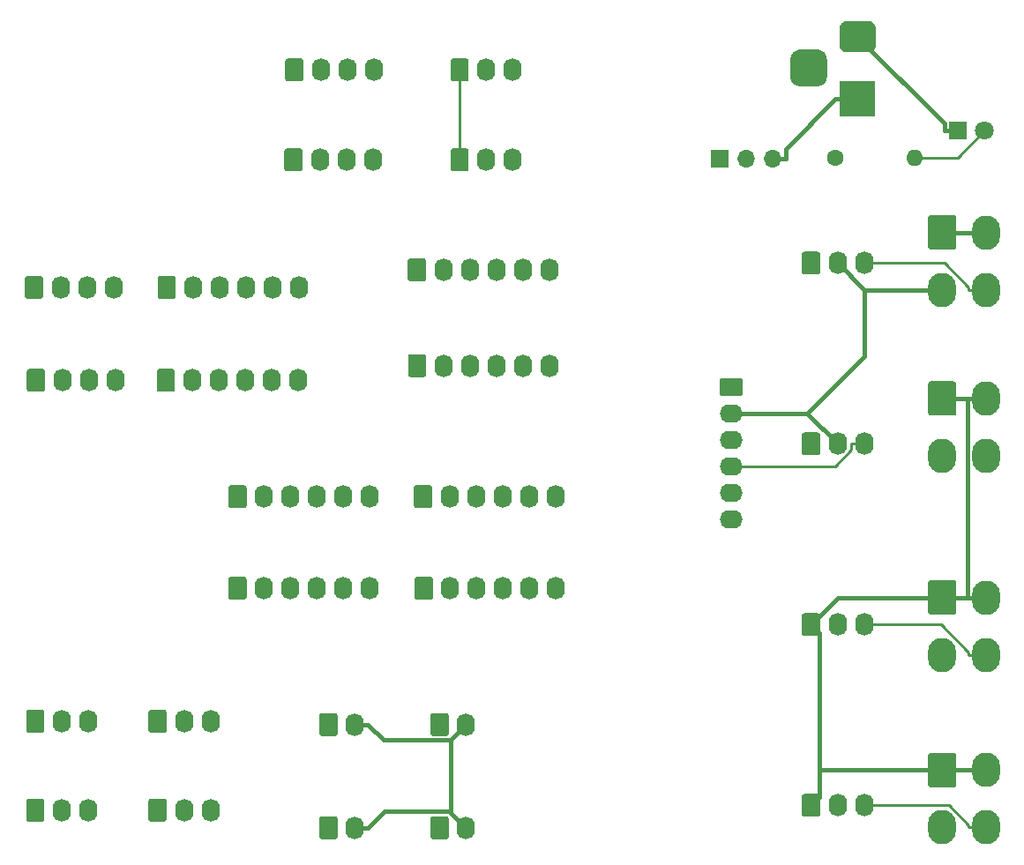
<source format=gbr>
G04 #@! TF.GenerationSoftware,KiCad,Pcbnew,(5.1.5-0-10_14)*
G04 #@! TF.CreationDate,2021-11-28T13:41:55+10:00*
G04 #@! TF.ProjectId,UFC - General Purpose Small PCB,55464320-2d20-4476-956e-6572616c2050,rev?*
G04 #@! TF.SameCoordinates,Original*
G04 #@! TF.FileFunction,Copper,L1,Top*
G04 #@! TF.FilePolarity,Positive*
%FSLAX46Y46*%
G04 Gerber Fmt 4.6, Leading zero omitted, Abs format (unit mm)*
G04 Created by KiCad (PCBNEW (5.1.5-0-10_14)) date 2021-11-28 13:41:55*
%MOMM*%
%LPD*%
G04 APERTURE LIST*
%ADD10O,1.740000X2.200000*%
%ADD11C,0.100000*%
%ADD12O,2.700000X3.300000*%
%ADD13O,1.600000X1.600000*%
%ADD14C,1.600000*%
%ADD15C,1.800000*%
%ADD16R,1.800000X1.800000*%
%ADD17O,1.700000X1.700000*%
%ADD18R,1.700000X1.700000*%
%ADD19O,2.200000X1.740000*%
%ADD20R,3.500000X3.500000*%
%ADD21C,0.400000*%
%ADD22C,0.250000*%
G04 APERTURE END LIST*
D10*
X47091600Y-114910000D03*
X44551600Y-114910000D03*
G04 #@! TA.AperFunction,ComponentPad*
D11*
G36*
X42656105Y-113811204D02*
G01*
X42680373Y-113814804D01*
X42704172Y-113820765D01*
X42727271Y-113829030D01*
X42749450Y-113839520D01*
X42770493Y-113852132D01*
X42790199Y-113866747D01*
X42808377Y-113883223D01*
X42824853Y-113901401D01*
X42839468Y-113921107D01*
X42852080Y-113942150D01*
X42862570Y-113964329D01*
X42870835Y-113987428D01*
X42876796Y-114011227D01*
X42880396Y-114035495D01*
X42881600Y-114059999D01*
X42881600Y-115760001D01*
X42880396Y-115784505D01*
X42876796Y-115808773D01*
X42870835Y-115832572D01*
X42862570Y-115855671D01*
X42852080Y-115877850D01*
X42839468Y-115898893D01*
X42824853Y-115918599D01*
X42808377Y-115936777D01*
X42790199Y-115953253D01*
X42770493Y-115967868D01*
X42749450Y-115980480D01*
X42727271Y-115990970D01*
X42704172Y-115999235D01*
X42680373Y-116005196D01*
X42656105Y-116008796D01*
X42631601Y-116010000D01*
X41391599Y-116010000D01*
X41367095Y-116008796D01*
X41342827Y-116005196D01*
X41319028Y-115999235D01*
X41295929Y-115990970D01*
X41273750Y-115980480D01*
X41252707Y-115967868D01*
X41233001Y-115953253D01*
X41214823Y-115936777D01*
X41198347Y-115918599D01*
X41183732Y-115898893D01*
X41171120Y-115877850D01*
X41160630Y-115855671D01*
X41152365Y-115832572D01*
X41146404Y-115808773D01*
X41142804Y-115784505D01*
X41141600Y-115760001D01*
X41141600Y-114059999D01*
X41142804Y-114035495D01*
X41146404Y-114011227D01*
X41152365Y-113987428D01*
X41160630Y-113964329D01*
X41171120Y-113942150D01*
X41183732Y-113921107D01*
X41198347Y-113901401D01*
X41214823Y-113883223D01*
X41233001Y-113866747D01*
X41252707Y-113852132D01*
X41273750Y-113839520D01*
X41295929Y-113829030D01*
X41319028Y-113820765D01*
X41342827Y-113814804D01*
X41367095Y-113811204D01*
X41391599Y-113810000D01*
X42631601Y-113810000D01*
X42656105Y-113811204D01*
G37*
G04 #@! TD.AperFunction*
D10*
X58826400Y-123444000D03*
X56286400Y-123444000D03*
G04 #@! TA.AperFunction,ComponentPad*
D11*
G36*
X54390905Y-122345204D02*
G01*
X54415173Y-122348804D01*
X54438972Y-122354765D01*
X54462071Y-122363030D01*
X54484250Y-122373520D01*
X54505293Y-122386132D01*
X54524999Y-122400747D01*
X54543177Y-122417223D01*
X54559653Y-122435401D01*
X54574268Y-122455107D01*
X54586880Y-122476150D01*
X54597370Y-122498329D01*
X54605635Y-122521428D01*
X54611596Y-122545227D01*
X54615196Y-122569495D01*
X54616400Y-122593999D01*
X54616400Y-124294001D01*
X54615196Y-124318505D01*
X54611596Y-124342773D01*
X54605635Y-124366572D01*
X54597370Y-124389671D01*
X54586880Y-124411850D01*
X54574268Y-124432893D01*
X54559653Y-124452599D01*
X54543177Y-124470777D01*
X54524999Y-124487253D01*
X54505293Y-124501868D01*
X54484250Y-124514480D01*
X54462071Y-124524970D01*
X54438972Y-124533235D01*
X54415173Y-124539196D01*
X54390905Y-124542796D01*
X54366401Y-124544000D01*
X53126399Y-124544000D01*
X53101895Y-124542796D01*
X53077627Y-124539196D01*
X53053828Y-124533235D01*
X53030729Y-124524970D01*
X53008550Y-124514480D01*
X52987507Y-124501868D01*
X52967801Y-124487253D01*
X52949623Y-124470777D01*
X52933147Y-124452599D01*
X52918532Y-124432893D01*
X52905920Y-124411850D01*
X52895430Y-124389671D01*
X52887165Y-124366572D01*
X52881204Y-124342773D01*
X52877604Y-124318505D01*
X52876400Y-124294001D01*
X52876400Y-122593999D01*
X52877604Y-122569495D01*
X52881204Y-122545227D01*
X52887165Y-122521428D01*
X52895430Y-122498329D01*
X52905920Y-122476150D01*
X52918532Y-122455107D01*
X52933147Y-122435401D01*
X52949623Y-122417223D01*
X52967801Y-122400747D01*
X52987507Y-122386132D01*
X53008550Y-122373520D01*
X53030729Y-122363030D01*
X53053828Y-122354765D01*
X53077627Y-122348804D01*
X53101895Y-122345204D01*
X53126399Y-122344000D01*
X54366401Y-122344000D01*
X54390905Y-122345204D01*
G37*
G04 #@! TD.AperFunction*
D10*
X47091600Y-123444000D03*
X44551600Y-123444000D03*
G04 #@! TA.AperFunction,ComponentPad*
D11*
G36*
X42656105Y-122345204D02*
G01*
X42680373Y-122348804D01*
X42704172Y-122354765D01*
X42727271Y-122363030D01*
X42749450Y-122373520D01*
X42770493Y-122386132D01*
X42790199Y-122400747D01*
X42808377Y-122417223D01*
X42824853Y-122435401D01*
X42839468Y-122455107D01*
X42852080Y-122476150D01*
X42862570Y-122498329D01*
X42870835Y-122521428D01*
X42876796Y-122545227D01*
X42880396Y-122569495D01*
X42881600Y-122593999D01*
X42881600Y-124294001D01*
X42880396Y-124318505D01*
X42876796Y-124342773D01*
X42870835Y-124366572D01*
X42862570Y-124389671D01*
X42852080Y-124411850D01*
X42839468Y-124432893D01*
X42824853Y-124452599D01*
X42808377Y-124470777D01*
X42790199Y-124487253D01*
X42770493Y-124501868D01*
X42749450Y-124514480D01*
X42727271Y-124524970D01*
X42704172Y-124533235D01*
X42680373Y-124539196D01*
X42656105Y-124542796D01*
X42631601Y-124544000D01*
X41391599Y-124544000D01*
X41367095Y-124542796D01*
X41342827Y-124539196D01*
X41319028Y-124533235D01*
X41295929Y-124524970D01*
X41273750Y-124514480D01*
X41252707Y-124501868D01*
X41233001Y-124487253D01*
X41214823Y-124470777D01*
X41198347Y-124452599D01*
X41183732Y-124432893D01*
X41171120Y-124411850D01*
X41160630Y-124389671D01*
X41152365Y-124366572D01*
X41146404Y-124342773D01*
X41142804Y-124318505D01*
X41141600Y-124294001D01*
X41141600Y-122593999D01*
X41142804Y-122569495D01*
X41146404Y-122545227D01*
X41152365Y-122521428D01*
X41160630Y-122498329D01*
X41171120Y-122476150D01*
X41183732Y-122455107D01*
X41198347Y-122435401D01*
X41214823Y-122417223D01*
X41233001Y-122400747D01*
X41252707Y-122386132D01*
X41273750Y-122373520D01*
X41295929Y-122363030D01*
X41319028Y-122354765D01*
X41342827Y-122348804D01*
X41367095Y-122345204D01*
X41391599Y-122344000D01*
X42631601Y-122344000D01*
X42656105Y-122345204D01*
G37*
G04 #@! TD.AperFunction*
D10*
X58826400Y-114910000D03*
X56286400Y-114910000D03*
G04 #@! TA.AperFunction,ComponentPad*
D11*
G36*
X54390905Y-113811204D02*
G01*
X54415173Y-113814804D01*
X54438972Y-113820765D01*
X54462071Y-113829030D01*
X54484250Y-113839520D01*
X54505293Y-113852132D01*
X54524999Y-113866747D01*
X54543177Y-113883223D01*
X54559653Y-113901401D01*
X54574268Y-113921107D01*
X54586880Y-113942150D01*
X54597370Y-113964329D01*
X54605635Y-113987428D01*
X54611596Y-114011227D01*
X54615196Y-114035495D01*
X54616400Y-114059999D01*
X54616400Y-115760001D01*
X54615196Y-115784505D01*
X54611596Y-115808773D01*
X54605635Y-115832572D01*
X54597370Y-115855671D01*
X54586880Y-115877850D01*
X54574268Y-115898893D01*
X54559653Y-115918599D01*
X54543177Y-115936777D01*
X54524999Y-115953253D01*
X54505293Y-115967868D01*
X54484250Y-115980480D01*
X54462071Y-115990970D01*
X54438972Y-115999235D01*
X54415173Y-116005196D01*
X54390905Y-116008796D01*
X54366401Y-116010000D01*
X53126399Y-116010000D01*
X53101895Y-116008796D01*
X53077627Y-116005196D01*
X53053828Y-115999235D01*
X53030729Y-115990970D01*
X53008550Y-115980480D01*
X52987507Y-115967868D01*
X52967801Y-115953253D01*
X52949623Y-115936777D01*
X52933147Y-115918599D01*
X52918532Y-115898893D01*
X52905920Y-115877850D01*
X52895430Y-115855671D01*
X52887165Y-115832572D01*
X52881204Y-115808773D01*
X52877604Y-115784505D01*
X52876400Y-115760001D01*
X52876400Y-114059999D01*
X52877604Y-114035495D01*
X52881204Y-114011227D01*
X52887165Y-113987428D01*
X52895430Y-113964329D01*
X52905920Y-113942150D01*
X52918532Y-113921107D01*
X52933147Y-113901401D01*
X52949623Y-113883223D01*
X52967801Y-113866747D01*
X52987507Y-113852132D01*
X53008550Y-113839520D01*
X53030729Y-113829030D01*
X53053828Y-113820765D01*
X53077627Y-113814804D01*
X53101895Y-113811204D01*
X53126399Y-113810000D01*
X54366401Y-113810000D01*
X54390905Y-113811204D01*
G37*
G04 #@! TD.AperFunction*
D10*
X87829600Y-52368800D03*
X85289600Y-52368800D03*
G04 #@! TA.AperFunction,ComponentPad*
D11*
G36*
X83394105Y-51270004D02*
G01*
X83418373Y-51273604D01*
X83442172Y-51279565D01*
X83465271Y-51287830D01*
X83487450Y-51298320D01*
X83508493Y-51310932D01*
X83528199Y-51325547D01*
X83546377Y-51342023D01*
X83562853Y-51360201D01*
X83577468Y-51379907D01*
X83590080Y-51400950D01*
X83600570Y-51423129D01*
X83608835Y-51446228D01*
X83614796Y-51470027D01*
X83618396Y-51494295D01*
X83619600Y-51518799D01*
X83619600Y-53218801D01*
X83618396Y-53243305D01*
X83614796Y-53267573D01*
X83608835Y-53291372D01*
X83600570Y-53314471D01*
X83590080Y-53336650D01*
X83577468Y-53357693D01*
X83562853Y-53377399D01*
X83546377Y-53395577D01*
X83528199Y-53412053D01*
X83508493Y-53426668D01*
X83487450Y-53439280D01*
X83465271Y-53449770D01*
X83442172Y-53458035D01*
X83418373Y-53463996D01*
X83394105Y-53467596D01*
X83369601Y-53468800D01*
X82129599Y-53468800D01*
X82105095Y-53467596D01*
X82080827Y-53463996D01*
X82057028Y-53458035D01*
X82033929Y-53449770D01*
X82011750Y-53439280D01*
X81990707Y-53426668D01*
X81971001Y-53412053D01*
X81952823Y-53395577D01*
X81936347Y-53377399D01*
X81921732Y-53357693D01*
X81909120Y-53336650D01*
X81898630Y-53314471D01*
X81890365Y-53291372D01*
X81884404Y-53267573D01*
X81880804Y-53243305D01*
X81879600Y-53218801D01*
X81879600Y-51518799D01*
X81880804Y-51494295D01*
X81884404Y-51470027D01*
X81890365Y-51446228D01*
X81898630Y-51423129D01*
X81909120Y-51400950D01*
X81921732Y-51379907D01*
X81936347Y-51360201D01*
X81952823Y-51342023D01*
X81971001Y-51325547D01*
X81990707Y-51310932D01*
X82011750Y-51298320D01*
X82033929Y-51287830D01*
X82057028Y-51279565D01*
X82080827Y-51273604D01*
X82105095Y-51270004D01*
X82129599Y-51268800D01*
X83369601Y-51268800D01*
X83394105Y-51270004D01*
G37*
G04 #@! TD.AperFunction*
D10*
X87833200Y-61010800D03*
X85293200Y-61010800D03*
G04 #@! TA.AperFunction,ComponentPad*
D11*
G36*
X83397705Y-59912004D02*
G01*
X83421973Y-59915604D01*
X83445772Y-59921565D01*
X83468871Y-59929830D01*
X83491050Y-59940320D01*
X83512093Y-59952932D01*
X83531799Y-59967547D01*
X83549977Y-59984023D01*
X83566453Y-60002201D01*
X83581068Y-60021907D01*
X83593680Y-60042950D01*
X83604170Y-60065129D01*
X83612435Y-60088228D01*
X83618396Y-60112027D01*
X83621996Y-60136295D01*
X83623200Y-60160799D01*
X83623200Y-61860801D01*
X83621996Y-61885305D01*
X83618396Y-61909573D01*
X83612435Y-61933372D01*
X83604170Y-61956471D01*
X83593680Y-61978650D01*
X83581068Y-61999693D01*
X83566453Y-62019399D01*
X83549977Y-62037577D01*
X83531799Y-62054053D01*
X83512093Y-62068668D01*
X83491050Y-62081280D01*
X83468871Y-62091770D01*
X83445772Y-62100035D01*
X83421973Y-62105996D01*
X83397705Y-62109596D01*
X83373201Y-62110800D01*
X82133199Y-62110800D01*
X82108695Y-62109596D01*
X82084427Y-62105996D01*
X82060628Y-62100035D01*
X82037529Y-62091770D01*
X82015350Y-62081280D01*
X81994307Y-62068668D01*
X81974601Y-62054053D01*
X81956423Y-62037577D01*
X81939947Y-62019399D01*
X81925332Y-61999693D01*
X81912720Y-61978650D01*
X81902230Y-61956471D01*
X81893965Y-61933372D01*
X81888004Y-61909573D01*
X81884404Y-61885305D01*
X81883200Y-61860801D01*
X81883200Y-60160799D01*
X81884404Y-60136295D01*
X81888004Y-60112027D01*
X81893965Y-60088228D01*
X81902230Y-60065129D01*
X81912720Y-60042950D01*
X81925332Y-60021907D01*
X81939947Y-60002201D01*
X81956423Y-59984023D01*
X81974601Y-59967547D01*
X81994307Y-59952932D01*
X82015350Y-59940320D01*
X82037529Y-59929830D01*
X82060628Y-59921565D01*
X82084427Y-59915604D01*
X82108695Y-59912004D01*
X82133199Y-59910800D01*
X83373201Y-59910800D01*
X83397705Y-59912004D01*
G37*
G04 #@! TD.AperFunction*
D10*
X121564000Y-122987000D03*
X119024000Y-122987000D03*
G04 #@! TA.AperFunction,ComponentPad*
D11*
G36*
X117128505Y-121888204D02*
G01*
X117152773Y-121891804D01*
X117176572Y-121897765D01*
X117199671Y-121906030D01*
X117221850Y-121916520D01*
X117242893Y-121929132D01*
X117262599Y-121943747D01*
X117280777Y-121960223D01*
X117297253Y-121978401D01*
X117311868Y-121998107D01*
X117324480Y-122019150D01*
X117334970Y-122041329D01*
X117343235Y-122064428D01*
X117349196Y-122088227D01*
X117352796Y-122112495D01*
X117354000Y-122136999D01*
X117354000Y-123837001D01*
X117352796Y-123861505D01*
X117349196Y-123885773D01*
X117343235Y-123909572D01*
X117334970Y-123932671D01*
X117324480Y-123954850D01*
X117311868Y-123975893D01*
X117297253Y-123995599D01*
X117280777Y-124013777D01*
X117262599Y-124030253D01*
X117242893Y-124044868D01*
X117221850Y-124057480D01*
X117199671Y-124067970D01*
X117176572Y-124076235D01*
X117152773Y-124082196D01*
X117128505Y-124085796D01*
X117104001Y-124087000D01*
X115863999Y-124087000D01*
X115839495Y-124085796D01*
X115815227Y-124082196D01*
X115791428Y-124076235D01*
X115768329Y-124067970D01*
X115746150Y-124057480D01*
X115725107Y-124044868D01*
X115705401Y-124030253D01*
X115687223Y-124013777D01*
X115670747Y-123995599D01*
X115656132Y-123975893D01*
X115643520Y-123954850D01*
X115633030Y-123932671D01*
X115624765Y-123909572D01*
X115618804Y-123885773D01*
X115615204Y-123861505D01*
X115614000Y-123837001D01*
X115614000Y-122136999D01*
X115615204Y-122112495D01*
X115618804Y-122088227D01*
X115624765Y-122064428D01*
X115633030Y-122041329D01*
X115643520Y-122019150D01*
X115656132Y-121998107D01*
X115670747Y-121978401D01*
X115687223Y-121960223D01*
X115705401Y-121943747D01*
X115725107Y-121929132D01*
X115746150Y-121916520D01*
X115768329Y-121906030D01*
X115791428Y-121897765D01*
X115815227Y-121891804D01*
X115839495Y-121888204D01*
X115863999Y-121887000D01*
X117104001Y-121887000D01*
X117128505Y-121888204D01*
G37*
G04 #@! TD.AperFunction*
D10*
X121564000Y-70916800D03*
X119024000Y-70916800D03*
G04 #@! TA.AperFunction,ComponentPad*
D11*
G36*
X117128505Y-69818004D02*
G01*
X117152773Y-69821604D01*
X117176572Y-69827565D01*
X117199671Y-69835830D01*
X117221850Y-69846320D01*
X117242893Y-69858932D01*
X117262599Y-69873547D01*
X117280777Y-69890023D01*
X117297253Y-69908201D01*
X117311868Y-69927907D01*
X117324480Y-69948950D01*
X117334970Y-69971129D01*
X117343235Y-69994228D01*
X117349196Y-70018027D01*
X117352796Y-70042295D01*
X117354000Y-70066799D01*
X117354000Y-71766801D01*
X117352796Y-71791305D01*
X117349196Y-71815573D01*
X117343235Y-71839372D01*
X117334970Y-71862471D01*
X117324480Y-71884650D01*
X117311868Y-71905693D01*
X117297253Y-71925399D01*
X117280777Y-71943577D01*
X117262599Y-71960053D01*
X117242893Y-71974668D01*
X117221850Y-71987280D01*
X117199671Y-71997770D01*
X117176572Y-72006035D01*
X117152773Y-72011996D01*
X117128505Y-72015596D01*
X117104001Y-72016800D01*
X115863999Y-72016800D01*
X115839495Y-72015596D01*
X115815227Y-72011996D01*
X115791428Y-72006035D01*
X115768329Y-71997770D01*
X115746150Y-71987280D01*
X115725107Y-71974668D01*
X115705401Y-71960053D01*
X115687223Y-71943577D01*
X115670747Y-71925399D01*
X115656132Y-71905693D01*
X115643520Y-71884650D01*
X115633030Y-71862471D01*
X115624765Y-71839372D01*
X115618804Y-71815573D01*
X115615204Y-71791305D01*
X115614000Y-71766801D01*
X115614000Y-70066799D01*
X115615204Y-70042295D01*
X115618804Y-70018027D01*
X115624765Y-69994228D01*
X115633030Y-69971129D01*
X115643520Y-69948950D01*
X115656132Y-69927907D01*
X115670747Y-69908201D01*
X115687223Y-69890023D01*
X115705401Y-69873547D01*
X115725107Y-69858932D01*
X115746150Y-69846320D01*
X115768329Y-69835830D01*
X115791428Y-69827565D01*
X115815227Y-69821604D01*
X115839495Y-69818004D01*
X115863999Y-69816800D01*
X117104001Y-69816800D01*
X117128505Y-69818004D01*
G37*
G04 #@! TD.AperFunction*
D10*
X121564000Y-88273500D03*
X119024000Y-88273500D03*
G04 #@! TA.AperFunction,ComponentPad*
D11*
G36*
X117128505Y-87174704D02*
G01*
X117152773Y-87178304D01*
X117176572Y-87184265D01*
X117199671Y-87192530D01*
X117221850Y-87203020D01*
X117242893Y-87215632D01*
X117262599Y-87230247D01*
X117280777Y-87246723D01*
X117297253Y-87264901D01*
X117311868Y-87284607D01*
X117324480Y-87305650D01*
X117334970Y-87327829D01*
X117343235Y-87350928D01*
X117349196Y-87374727D01*
X117352796Y-87398995D01*
X117354000Y-87423499D01*
X117354000Y-89123501D01*
X117352796Y-89148005D01*
X117349196Y-89172273D01*
X117343235Y-89196072D01*
X117334970Y-89219171D01*
X117324480Y-89241350D01*
X117311868Y-89262393D01*
X117297253Y-89282099D01*
X117280777Y-89300277D01*
X117262599Y-89316753D01*
X117242893Y-89331368D01*
X117221850Y-89343980D01*
X117199671Y-89354470D01*
X117176572Y-89362735D01*
X117152773Y-89368696D01*
X117128505Y-89372296D01*
X117104001Y-89373500D01*
X115863999Y-89373500D01*
X115839495Y-89372296D01*
X115815227Y-89368696D01*
X115791428Y-89362735D01*
X115768329Y-89354470D01*
X115746150Y-89343980D01*
X115725107Y-89331368D01*
X115705401Y-89316753D01*
X115687223Y-89300277D01*
X115670747Y-89282099D01*
X115656132Y-89262393D01*
X115643520Y-89241350D01*
X115633030Y-89219171D01*
X115624765Y-89196072D01*
X115618804Y-89172273D01*
X115615204Y-89148005D01*
X115614000Y-89123501D01*
X115614000Y-87423499D01*
X115615204Y-87398995D01*
X115618804Y-87374727D01*
X115624765Y-87350928D01*
X115633030Y-87327829D01*
X115643520Y-87305650D01*
X115656132Y-87284607D01*
X115670747Y-87264901D01*
X115687223Y-87246723D01*
X115705401Y-87230247D01*
X115725107Y-87215632D01*
X115746150Y-87203020D01*
X115768329Y-87192530D01*
X115791428Y-87184265D01*
X115815227Y-87178304D01*
X115839495Y-87174704D01*
X115863999Y-87173500D01*
X117104001Y-87173500D01*
X117128505Y-87174704D01*
G37*
G04 #@! TD.AperFunction*
D10*
X121564000Y-105630000D03*
X119024000Y-105630000D03*
G04 #@! TA.AperFunction,ComponentPad*
D11*
G36*
X117128505Y-104531204D02*
G01*
X117152773Y-104534804D01*
X117176572Y-104540765D01*
X117199671Y-104549030D01*
X117221850Y-104559520D01*
X117242893Y-104572132D01*
X117262599Y-104586747D01*
X117280777Y-104603223D01*
X117297253Y-104621401D01*
X117311868Y-104641107D01*
X117324480Y-104662150D01*
X117334970Y-104684329D01*
X117343235Y-104707428D01*
X117349196Y-104731227D01*
X117352796Y-104755495D01*
X117354000Y-104779999D01*
X117354000Y-106480001D01*
X117352796Y-106504505D01*
X117349196Y-106528773D01*
X117343235Y-106552572D01*
X117334970Y-106575671D01*
X117324480Y-106597850D01*
X117311868Y-106618893D01*
X117297253Y-106638599D01*
X117280777Y-106656777D01*
X117262599Y-106673253D01*
X117242893Y-106687868D01*
X117221850Y-106700480D01*
X117199671Y-106710970D01*
X117176572Y-106719235D01*
X117152773Y-106725196D01*
X117128505Y-106728796D01*
X117104001Y-106730000D01*
X115863999Y-106730000D01*
X115839495Y-106728796D01*
X115815227Y-106725196D01*
X115791428Y-106719235D01*
X115768329Y-106710970D01*
X115746150Y-106700480D01*
X115725107Y-106687868D01*
X115705401Y-106673253D01*
X115687223Y-106656777D01*
X115670747Y-106638599D01*
X115656132Y-106618893D01*
X115643520Y-106597850D01*
X115633030Y-106575671D01*
X115624765Y-106552572D01*
X115618804Y-106528773D01*
X115615204Y-106504505D01*
X115614000Y-106480001D01*
X115614000Y-104779999D01*
X115615204Y-104755495D01*
X115618804Y-104731227D01*
X115624765Y-104707428D01*
X115633030Y-104684329D01*
X115643520Y-104662150D01*
X115656132Y-104641107D01*
X115670747Y-104621401D01*
X115687223Y-104603223D01*
X115705401Y-104586747D01*
X115725107Y-104572132D01*
X115746150Y-104559520D01*
X115768329Y-104549030D01*
X115791428Y-104540765D01*
X115815227Y-104534804D01*
X115839495Y-104531204D01*
X115863999Y-104530000D01*
X117104001Y-104530000D01*
X117128505Y-104531204D01*
G37*
G04 #@! TD.AperFunction*
D12*
X133283000Y-73470400D03*
X129083000Y-73470400D03*
X133283000Y-67970400D03*
G04 #@! TA.AperFunction,ComponentPad*
D11*
G36*
X130207503Y-66321604D02*
G01*
X130231772Y-66325204D01*
X130255570Y-66331165D01*
X130278670Y-66339430D01*
X130300849Y-66349920D01*
X130321892Y-66362533D01*
X130341598Y-66377148D01*
X130359776Y-66393624D01*
X130376252Y-66411802D01*
X130390867Y-66431508D01*
X130403480Y-66452551D01*
X130413970Y-66474730D01*
X130422235Y-66497830D01*
X130428196Y-66521628D01*
X130431796Y-66545897D01*
X130433000Y-66570401D01*
X130433000Y-69370399D01*
X130431796Y-69394903D01*
X130428196Y-69419172D01*
X130422235Y-69442970D01*
X130413970Y-69466070D01*
X130403480Y-69488249D01*
X130390867Y-69509292D01*
X130376252Y-69528998D01*
X130359776Y-69547176D01*
X130341598Y-69563652D01*
X130321892Y-69578267D01*
X130300849Y-69590880D01*
X130278670Y-69601370D01*
X130255570Y-69609635D01*
X130231772Y-69615596D01*
X130207503Y-69619196D01*
X130182999Y-69620400D01*
X127983001Y-69620400D01*
X127958497Y-69619196D01*
X127934228Y-69615596D01*
X127910430Y-69609635D01*
X127887330Y-69601370D01*
X127865151Y-69590880D01*
X127844108Y-69578267D01*
X127824402Y-69563652D01*
X127806224Y-69547176D01*
X127789748Y-69528998D01*
X127775133Y-69509292D01*
X127762520Y-69488249D01*
X127752030Y-69466070D01*
X127743765Y-69442970D01*
X127737804Y-69419172D01*
X127734204Y-69394903D01*
X127733000Y-69370399D01*
X127733000Y-66570401D01*
X127734204Y-66545897D01*
X127737804Y-66521628D01*
X127743765Y-66497830D01*
X127752030Y-66474730D01*
X127762520Y-66452551D01*
X127775133Y-66431508D01*
X127789748Y-66411802D01*
X127806224Y-66393624D01*
X127824402Y-66377148D01*
X127844108Y-66362533D01*
X127865151Y-66349920D01*
X127887330Y-66339430D01*
X127910430Y-66331165D01*
X127934228Y-66325204D01*
X127958497Y-66321604D01*
X127983001Y-66320400D01*
X130182999Y-66320400D01*
X130207503Y-66321604D01*
G37*
G04 #@! TD.AperFunction*
D12*
X133283000Y-89421600D03*
X129083000Y-89421600D03*
X133283000Y-83921600D03*
G04 #@! TA.AperFunction,ComponentPad*
D11*
G36*
X130207503Y-82272804D02*
G01*
X130231772Y-82276404D01*
X130255570Y-82282365D01*
X130278670Y-82290630D01*
X130300849Y-82301120D01*
X130321892Y-82313733D01*
X130341598Y-82328348D01*
X130359776Y-82344824D01*
X130376252Y-82363002D01*
X130390867Y-82382708D01*
X130403480Y-82403751D01*
X130413970Y-82425930D01*
X130422235Y-82449030D01*
X130428196Y-82472828D01*
X130431796Y-82497097D01*
X130433000Y-82521601D01*
X130433000Y-85321599D01*
X130431796Y-85346103D01*
X130428196Y-85370372D01*
X130422235Y-85394170D01*
X130413970Y-85417270D01*
X130403480Y-85439449D01*
X130390867Y-85460492D01*
X130376252Y-85480198D01*
X130359776Y-85498376D01*
X130341598Y-85514852D01*
X130321892Y-85529467D01*
X130300849Y-85542080D01*
X130278670Y-85552570D01*
X130255570Y-85560835D01*
X130231772Y-85566796D01*
X130207503Y-85570396D01*
X130182999Y-85571600D01*
X127983001Y-85571600D01*
X127958497Y-85570396D01*
X127934228Y-85566796D01*
X127910430Y-85560835D01*
X127887330Y-85552570D01*
X127865151Y-85542080D01*
X127844108Y-85529467D01*
X127824402Y-85514852D01*
X127806224Y-85498376D01*
X127789748Y-85480198D01*
X127775133Y-85460492D01*
X127762520Y-85439449D01*
X127752030Y-85417270D01*
X127743765Y-85394170D01*
X127737804Y-85370372D01*
X127734204Y-85346103D01*
X127733000Y-85321599D01*
X127733000Y-82521601D01*
X127734204Y-82497097D01*
X127737804Y-82472828D01*
X127743765Y-82449030D01*
X127752030Y-82425930D01*
X127762520Y-82403751D01*
X127775133Y-82382708D01*
X127789748Y-82363002D01*
X127806224Y-82344824D01*
X127824402Y-82328348D01*
X127844108Y-82313733D01*
X127865151Y-82301120D01*
X127887330Y-82290630D01*
X127910430Y-82282365D01*
X127934228Y-82276404D01*
X127958497Y-82272804D01*
X127983001Y-82271600D01*
X130182999Y-82271600D01*
X130207503Y-82272804D01*
G37*
G04 #@! TD.AperFunction*
D12*
X133283000Y-108522000D03*
X129083000Y-108522000D03*
X133283000Y-103022000D03*
G04 #@! TA.AperFunction,ComponentPad*
D11*
G36*
X130207503Y-101373204D02*
G01*
X130231772Y-101376804D01*
X130255570Y-101382765D01*
X130278670Y-101391030D01*
X130300849Y-101401520D01*
X130321892Y-101414133D01*
X130341598Y-101428748D01*
X130359776Y-101445224D01*
X130376252Y-101463402D01*
X130390867Y-101483108D01*
X130403480Y-101504151D01*
X130413970Y-101526330D01*
X130422235Y-101549430D01*
X130428196Y-101573228D01*
X130431796Y-101597497D01*
X130433000Y-101622001D01*
X130433000Y-104421999D01*
X130431796Y-104446503D01*
X130428196Y-104470772D01*
X130422235Y-104494570D01*
X130413970Y-104517670D01*
X130403480Y-104539849D01*
X130390867Y-104560892D01*
X130376252Y-104580598D01*
X130359776Y-104598776D01*
X130341598Y-104615252D01*
X130321892Y-104629867D01*
X130300849Y-104642480D01*
X130278670Y-104652970D01*
X130255570Y-104661235D01*
X130231772Y-104667196D01*
X130207503Y-104670796D01*
X130182999Y-104672000D01*
X127983001Y-104672000D01*
X127958497Y-104670796D01*
X127934228Y-104667196D01*
X127910430Y-104661235D01*
X127887330Y-104652970D01*
X127865151Y-104642480D01*
X127844108Y-104629867D01*
X127824402Y-104615252D01*
X127806224Y-104598776D01*
X127789748Y-104580598D01*
X127775133Y-104560892D01*
X127762520Y-104539849D01*
X127752030Y-104517670D01*
X127743765Y-104494570D01*
X127737804Y-104470772D01*
X127734204Y-104446503D01*
X127733000Y-104421999D01*
X127733000Y-101622001D01*
X127734204Y-101597497D01*
X127737804Y-101573228D01*
X127743765Y-101549430D01*
X127752030Y-101526330D01*
X127762520Y-101504151D01*
X127775133Y-101483108D01*
X127789748Y-101463402D01*
X127806224Y-101445224D01*
X127824402Y-101428748D01*
X127844108Y-101414133D01*
X127865151Y-101401520D01*
X127887330Y-101391030D01*
X127910430Y-101382765D01*
X127934228Y-101376804D01*
X127958497Y-101373204D01*
X127983001Y-101372000D01*
X130182999Y-101372000D01*
X130207503Y-101373204D01*
G37*
G04 #@! TD.AperFunction*
D12*
X133283000Y-125083000D03*
X129083000Y-125083000D03*
X133283000Y-119583000D03*
G04 #@! TA.AperFunction,ComponentPad*
D11*
G36*
X130207503Y-117934204D02*
G01*
X130231772Y-117937804D01*
X130255570Y-117943765D01*
X130278670Y-117952030D01*
X130300849Y-117962520D01*
X130321892Y-117975133D01*
X130341598Y-117989748D01*
X130359776Y-118006224D01*
X130376252Y-118024402D01*
X130390867Y-118044108D01*
X130403480Y-118065151D01*
X130413970Y-118087330D01*
X130422235Y-118110430D01*
X130428196Y-118134228D01*
X130431796Y-118158497D01*
X130433000Y-118183001D01*
X130433000Y-120982999D01*
X130431796Y-121007503D01*
X130428196Y-121031772D01*
X130422235Y-121055570D01*
X130413970Y-121078670D01*
X130403480Y-121100849D01*
X130390867Y-121121892D01*
X130376252Y-121141598D01*
X130359776Y-121159776D01*
X130341598Y-121176252D01*
X130321892Y-121190867D01*
X130300849Y-121203480D01*
X130278670Y-121213970D01*
X130255570Y-121222235D01*
X130231772Y-121228196D01*
X130207503Y-121231796D01*
X130182999Y-121233000D01*
X127983001Y-121233000D01*
X127958497Y-121231796D01*
X127934228Y-121228196D01*
X127910430Y-121222235D01*
X127887330Y-121213970D01*
X127865151Y-121203480D01*
X127844108Y-121190867D01*
X127824402Y-121176252D01*
X127806224Y-121159776D01*
X127789748Y-121141598D01*
X127775133Y-121121892D01*
X127762520Y-121100849D01*
X127752030Y-121078670D01*
X127743765Y-121055570D01*
X127737804Y-121031772D01*
X127734204Y-121007503D01*
X127733000Y-120982999D01*
X127733000Y-118183001D01*
X127734204Y-118158497D01*
X127737804Y-118134228D01*
X127743765Y-118110430D01*
X127752030Y-118087330D01*
X127762520Y-118065151D01*
X127775133Y-118044108D01*
X127789748Y-118024402D01*
X127806224Y-118006224D01*
X127824402Y-117989748D01*
X127844108Y-117975133D01*
X127865151Y-117962520D01*
X127887330Y-117952030D01*
X127910430Y-117943765D01*
X127934228Y-117937804D01*
X127958497Y-117934204D01*
X127983001Y-117933000D01*
X130182999Y-117933000D01*
X130207503Y-117934204D01*
G37*
G04 #@! TD.AperFunction*
D13*
X126390000Y-60807600D03*
D14*
X118770000Y-60807600D03*
D15*
X133147000Y-58216800D03*
D16*
X130607000Y-58216800D03*
D10*
X83362800Y-125120000D03*
G04 #@! TA.AperFunction,ComponentPad*
D11*
G36*
X81467305Y-124021204D02*
G01*
X81491573Y-124024804D01*
X81515372Y-124030765D01*
X81538471Y-124039030D01*
X81560650Y-124049520D01*
X81581693Y-124062132D01*
X81601399Y-124076747D01*
X81619577Y-124093223D01*
X81636053Y-124111401D01*
X81650668Y-124131107D01*
X81663280Y-124152150D01*
X81673770Y-124174329D01*
X81682035Y-124197428D01*
X81687996Y-124221227D01*
X81691596Y-124245495D01*
X81692800Y-124269999D01*
X81692800Y-125970001D01*
X81691596Y-125994505D01*
X81687996Y-126018773D01*
X81682035Y-126042572D01*
X81673770Y-126065671D01*
X81663280Y-126087850D01*
X81650668Y-126108893D01*
X81636053Y-126128599D01*
X81619577Y-126146777D01*
X81601399Y-126163253D01*
X81581693Y-126177868D01*
X81560650Y-126190480D01*
X81538471Y-126200970D01*
X81515372Y-126209235D01*
X81491573Y-126215196D01*
X81467305Y-126218796D01*
X81442801Y-126220000D01*
X80202799Y-126220000D01*
X80178295Y-126218796D01*
X80154027Y-126215196D01*
X80130228Y-126209235D01*
X80107129Y-126200970D01*
X80084950Y-126190480D01*
X80063907Y-126177868D01*
X80044201Y-126163253D01*
X80026023Y-126146777D01*
X80009547Y-126128599D01*
X79994932Y-126108893D01*
X79982320Y-126087850D01*
X79971830Y-126065671D01*
X79963565Y-126042572D01*
X79957604Y-126018773D01*
X79954004Y-125994505D01*
X79952800Y-125970001D01*
X79952800Y-124269999D01*
X79954004Y-124245495D01*
X79957604Y-124221227D01*
X79963565Y-124197428D01*
X79971830Y-124174329D01*
X79982320Y-124152150D01*
X79994932Y-124131107D01*
X80009547Y-124111401D01*
X80026023Y-124093223D01*
X80044201Y-124076747D01*
X80063907Y-124062132D01*
X80084950Y-124049520D01*
X80107129Y-124039030D01*
X80130228Y-124030765D01*
X80154027Y-124024804D01*
X80178295Y-124021204D01*
X80202799Y-124020000D01*
X81442801Y-124020000D01*
X81467305Y-124021204D01*
G37*
G04 #@! TD.AperFunction*
D17*
X112776000Y-60858400D03*
X110236000Y-60858400D03*
D18*
X107696000Y-60858400D03*
D19*
X108814000Y-95504000D03*
X108814000Y-92964000D03*
X108814000Y-90424000D03*
X108814000Y-87884000D03*
X108814000Y-85344000D03*
G04 #@! TA.AperFunction,ComponentPad*
D11*
G36*
X109688505Y-81935204D02*
G01*
X109712773Y-81938804D01*
X109736572Y-81944765D01*
X109759671Y-81953030D01*
X109781850Y-81963520D01*
X109802893Y-81976132D01*
X109822599Y-81990747D01*
X109840777Y-82007223D01*
X109857253Y-82025401D01*
X109871868Y-82045107D01*
X109884480Y-82066150D01*
X109894970Y-82088329D01*
X109903235Y-82111428D01*
X109909196Y-82135227D01*
X109912796Y-82159495D01*
X109914000Y-82183999D01*
X109914000Y-83424001D01*
X109912796Y-83448505D01*
X109909196Y-83472773D01*
X109903235Y-83496572D01*
X109894970Y-83519671D01*
X109884480Y-83541850D01*
X109871868Y-83562893D01*
X109857253Y-83582599D01*
X109840777Y-83600777D01*
X109822599Y-83617253D01*
X109802893Y-83631868D01*
X109781850Y-83644480D01*
X109759671Y-83654970D01*
X109736572Y-83663235D01*
X109712773Y-83669196D01*
X109688505Y-83672796D01*
X109664001Y-83674000D01*
X107963999Y-83674000D01*
X107939495Y-83672796D01*
X107915227Y-83669196D01*
X107891428Y-83663235D01*
X107868329Y-83654970D01*
X107846150Y-83644480D01*
X107825107Y-83631868D01*
X107805401Y-83617253D01*
X107787223Y-83600777D01*
X107770747Y-83582599D01*
X107756132Y-83562893D01*
X107743520Y-83541850D01*
X107733030Y-83519671D01*
X107724765Y-83496572D01*
X107718804Y-83472773D01*
X107715204Y-83448505D01*
X107714000Y-83424001D01*
X107714000Y-82183999D01*
X107715204Y-82159495D01*
X107718804Y-82135227D01*
X107724765Y-82111428D01*
X107733030Y-82088329D01*
X107743520Y-82066150D01*
X107756132Y-82045107D01*
X107770747Y-82025401D01*
X107787223Y-82007223D01*
X107805401Y-81990747D01*
X107825107Y-81976132D01*
X107846150Y-81963520D01*
X107868329Y-81953030D01*
X107891428Y-81944765D01*
X107915227Y-81938804D01*
X107939495Y-81935204D01*
X107963999Y-81934000D01*
X109664001Y-81934000D01*
X109688505Y-81935204D01*
G37*
G04 #@! TD.AperFunction*
G04 #@! TA.AperFunction,ComponentPad*
G36*
X117215765Y-50423013D02*
G01*
X117300704Y-50435613D01*
X117383999Y-50456477D01*
X117464848Y-50485405D01*
X117542472Y-50522119D01*
X117616124Y-50566264D01*
X117685094Y-50617416D01*
X117748718Y-50675082D01*
X117806384Y-50738706D01*
X117857536Y-50807676D01*
X117901681Y-50881328D01*
X117938395Y-50958952D01*
X117967323Y-51039801D01*
X117988187Y-51123096D01*
X118000787Y-51208035D01*
X118005000Y-51293800D01*
X118005000Y-53043800D01*
X118000787Y-53129565D01*
X117988187Y-53214504D01*
X117967323Y-53297799D01*
X117938395Y-53378648D01*
X117901681Y-53456272D01*
X117857536Y-53529924D01*
X117806384Y-53598894D01*
X117748718Y-53662518D01*
X117685094Y-53720184D01*
X117616124Y-53771336D01*
X117542472Y-53815481D01*
X117464848Y-53852195D01*
X117383999Y-53881123D01*
X117300704Y-53901987D01*
X117215765Y-53914587D01*
X117130000Y-53918800D01*
X115380000Y-53918800D01*
X115294235Y-53914587D01*
X115209296Y-53901987D01*
X115126001Y-53881123D01*
X115045152Y-53852195D01*
X114967528Y-53815481D01*
X114893876Y-53771336D01*
X114824906Y-53720184D01*
X114761282Y-53662518D01*
X114703616Y-53598894D01*
X114652464Y-53529924D01*
X114608319Y-53456272D01*
X114571605Y-53378648D01*
X114542677Y-53297799D01*
X114521813Y-53214504D01*
X114509213Y-53129565D01*
X114505000Y-53043800D01*
X114505000Y-51293800D01*
X114509213Y-51208035D01*
X114521813Y-51123096D01*
X114542677Y-51039801D01*
X114571605Y-50958952D01*
X114608319Y-50881328D01*
X114652464Y-50807676D01*
X114703616Y-50738706D01*
X114761282Y-50675082D01*
X114824906Y-50617416D01*
X114893876Y-50566264D01*
X114967528Y-50522119D01*
X115045152Y-50485405D01*
X115126001Y-50456477D01*
X115209296Y-50435613D01*
X115294235Y-50423013D01*
X115380000Y-50418800D01*
X117130000Y-50418800D01*
X117215765Y-50423013D01*
G37*
G04 #@! TD.AperFunction*
G04 #@! TA.AperFunction,ComponentPad*
G36*
X122028513Y-47672411D02*
G01*
X122101318Y-47683211D01*
X122172714Y-47701095D01*
X122242013Y-47725890D01*
X122308548Y-47757359D01*
X122371678Y-47795198D01*
X122430795Y-47839042D01*
X122485330Y-47888470D01*
X122534758Y-47943005D01*
X122578602Y-48002122D01*
X122616441Y-48065252D01*
X122647910Y-48131787D01*
X122672705Y-48201086D01*
X122690589Y-48272482D01*
X122701389Y-48345287D01*
X122705000Y-48418800D01*
X122705000Y-49918800D01*
X122701389Y-49992313D01*
X122690589Y-50065118D01*
X122672705Y-50136514D01*
X122647910Y-50205813D01*
X122616441Y-50272348D01*
X122578602Y-50335478D01*
X122534758Y-50394595D01*
X122485330Y-50449130D01*
X122430795Y-50498558D01*
X122371678Y-50542402D01*
X122308548Y-50580241D01*
X122242013Y-50611710D01*
X122172714Y-50636505D01*
X122101318Y-50654389D01*
X122028513Y-50665189D01*
X121955000Y-50668800D01*
X119955000Y-50668800D01*
X119881487Y-50665189D01*
X119808682Y-50654389D01*
X119737286Y-50636505D01*
X119667987Y-50611710D01*
X119601452Y-50580241D01*
X119538322Y-50542402D01*
X119479205Y-50498558D01*
X119424670Y-50449130D01*
X119375242Y-50394595D01*
X119331398Y-50335478D01*
X119293559Y-50272348D01*
X119262090Y-50205813D01*
X119237295Y-50136514D01*
X119219411Y-50065118D01*
X119208611Y-49992313D01*
X119205000Y-49918800D01*
X119205000Y-48418800D01*
X119208611Y-48345287D01*
X119219411Y-48272482D01*
X119237295Y-48201086D01*
X119262090Y-48131787D01*
X119293559Y-48065252D01*
X119331398Y-48002122D01*
X119375242Y-47943005D01*
X119424670Y-47888470D01*
X119479205Y-47839042D01*
X119538322Y-47795198D01*
X119601452Y-47757359D01*
X119667987Y-47725890D01*
X119737286Y-47701095D01*
X119808682Y-47683211D01*
X119881487Y-47672411D01*
X119955000Y-47668800D01*
X121955000Y-47668800D01*
X122028513Y-47672411D01*
G37*
G04 #@! TD.AperFunction*
D20*
X120955000Y-55168800D03*
D10*
X72694800Y-125120000D03*
G04 #@! TA.AperFunction,ComponentPad*
D11*
G36*
X70799305Y-124021204D02*
G01*
X70823573Y-124024804D01*
X70847372Y-124030765D01*
X70870471Y-124039030D01*
X70892650Y-124049520D01*
X70913693Y-124062132D01*
X70933399Y-124076747D01*
X70951577Y-124093223D01*
X70968053Y-124111401D01*
X70982668Y-124131107D01*
X70995280Y-124152150D01*
X71005770Y-124174329D01*
X71014035Y-124197428D01*
X71019996Y-124221227D01*
X71023596Y-124245495D01*
X71024800Y-124269999D01*
X71024800Y-125970001D01*
X71023596Y-125994505D01*
X71019996Y-126018773D01*
X71014035Y-126042572D01*
X71005770Y-126065671D01*
X70995280Y-126087850D01*
X70982668Y-126108893D01*
X70968053Y-126128599D01*
X70951577Y-126146777D01*
X70933399Y-126163253D01*
X70913693Y-126177868D01*
X70892650Y-126190480D01*
X70870471Y-126200970D01*
X70847372Y-126209235D01*
X70823573Y-126215196D01*
X70799305Y-126218796D01*
X70774801Y-126220000D01*
X69534799Y-126220000D01*
X69510295Y-126218796D01*
X69486027Y-126215196D01*
X69462228Y-126209235D01*
X69439129Y-126200970D01*
X69416950Y-126190480D01*
X69395907Y-126177868D01*
X69376201Y-126163253D01*
X69358023Y-126146777D01*
X69341547Y-126128599D01*
X69326932Y-126108893D01*
X69314320Y-126087850D01*
X69303830Y-126065671D01*
X69295565Y-126042572D01*
X69289604Y-126018773D01*
X69286004Y-125994505D01*
X69284800Y-125970001D01*
X69284800Y-124269999D01*
X69286004Y-124245495D01*
X69289604Y-124221227D01*
X69295565Y-124197428D01*
X69303830Y-124174329D01*
X69314320Y-124152150D01*
X69326932Y-124131107D01*
X69341547Y-124111401D01*
X69358023Y-124093223D01*
X69376201Y-124076747D01*
X69395907Y-124062132D01*
X69416950Y-124049520D01*
X69439129Y-124039030D01*
X69462228Y-124030765D01*
X69486027Y-124024804D01*
X69510295Y-124021204D01*
X69534799Y-124020000D01*
X70774801Y-124020000D01*
X70799305Y-124021204D01*
G37*
G04 #@! TD.AperFunction*
D10*
X72694800Y-115214000D03*
G04 #@! TA.AperFunction,ComponentPad*
D11*
G36*
X70799305Y-114115204D02*
G01*
X70823573Y-114118804D01*
X70847372Y-114124765D01*
X70870471Y-114133030D01*
X70892650Y-114143520D01*
X70913693Y-114156132D01*
X70933399Y-114170747D01*
X70951577Y-114187223D01*
X70968053Y-114205401D01*
X70982668Y-114225107D01*
X70995280Y-114246150D01*
X71005770Y-114268329D01*
X71014035Y-114291428D01*
X71019996Y-114315227D01*
X71023596Y-114339495D01*
X71024800Y-114363999D01*
X71024800Y-116064001D01*
X71023596Y-116088505D01*
X71019996Y-116112773D01*
X71014035Y-116136572D01*
X71005770Y-116159671D01*
X70995280Y-116181850D01*
X70982668Y-116202893D01*
X70968053Y-116222599D01*
X70951577Y-116240777D01*
X70933399Y-116257253D01*
X70913693Y-116271868D01*
X70892650Y-116284480D01*
X70870471Y-116294970D01*
X70847372Y-116303235D01*
X70823573Y-116309196D01*
X70799305Y-116312796D01*
X70774801Y-116314000D01*
X69534799Y-116314000D01*
X69510295Y-116312796D01*
X69486027Y-116309196D01*
X69462228Y-116303235D01*
X69439129Y-116294970D01*
X69416950Y-116284480D01*
X69395907Y-116271868D01*
X69376201Y-116257253D01*
X69358023Y-116240777D01*
X69341547Y-116222599D01*
X69326932Y-116202893D01*
X69314320Y-116181850D01*
X69303830Y-116159671D01*
X69295565Y-116136572D01*
X69289604Y-116112773D01*
X69286004Y-116088505D01*
X69284800Y-116064001D01*
X69284800Y-114363999D01*
X69286004Y-114339495D01*
X69289604Y-114315227D01*
X69295565Y-114291428D01*
X69303830Y-114268329D01*
X69314320Y-114246150D01*
X69326932Y-114225107D01*
X69341547Y-114205401D01*
X69358023Y-114187223D01*
X69376201Y-114170747D01*
X69395907Y-114156132D01*
X69416950Y-114143520D01*
X69439129Y-114133030D01*
X69462228Y-114124765D01*
X69486027Y-114118804D01*
X69510295Y-114115204D01*
X69534799Y-114114000D01*
X70774801Y-114114000D01*
X70799305Y-114115204D01*
G37*
G04 #@! TD.AperFunction*
D10*
X91359600Y-80756400D03*
X88819600Y-80756400D03*
X86279600Y-80756400D03*
X83739600Y-80756400D03*
X81199600Y-80756400D03*
G04 #@! TA.AperFunction,ComponentPad*
D11*
G36*
X79304105Y-79657604D02*
G01*
X79328373Y-79661204D01*
X79352172Y-79667165D01*
X79375271Y-79675430D01*
X79397450Y-79685920D01*
X79418493Y-79698532D01*
X79438199Y-79713147D01*
X79456377Y-79729623D01*
X79472853Y-79747801D01*
X79487468Y-79767507D01*
X79500080Y-79788550D01*
X79510570Y-79810729D01*
X79518835Y-79833828D01*
X79524796Y-79857627D01*
X79528396Y-79881895D01*
X79529600Y-79906399D01*
X79529600Y-81606401D01*
X79528396Y-81630905D01*
X79524796Y-81655173D01*
X79518835Y-81678972D01*
X79510570Y-81702071D01*
X79500080Y-81724250D01*
X79487468Y-81745293D01*
X79472853Y-81764999D01*
X79456377Y-81783177D01*
X79438199Y-81799653D01*
X79418493Y-81814268D01*
X79397450Y-81826880D01*
X79375271Y-81837370D01*
X79352172Y-81845635D01*
X79328373Y-81851596D01*
X79304105Y-81855196D01*
X79279601Y-81856400D01*
X78039599Y-81856400D01*
X78015095Y-81855196D01*
X77990827Y-81851596D01*
X77967028Y-81845635D01*
X77943929Y-81837370D01*
X77921750Y-81826880D01*
X77900707Y-81814268D01*
X77881001Y-81799653D01*
X77862823Y-81783177D01*
X77846347Y-81764999D01*
X77831732Y-81745293D01*
X77819120Y-81724250D01*
X77808630Y-81702071D01*
X77800365Y-81678972D01*
X77794404Y-81655173D01*
X77790804Y-81630905D01*
X77789600Y-81606401D01*
X77789600Y-79906399D01*
X77790804Y-79881895D01*
X77794404Y-79857627D01*
X77800365Y-79833828D01*
X77808630Y-79810729D01*
X77819120Y-79788550D01*
X77831732Y-79767507D01*
X77846347Y-79747801D01*
X77862823Y-79729623D01*
X77881001Y-79713147D01*
X77900707Y-79698532D01*
X77921750Y-79685920D01*
X77943929Y-79675430D01*
X77967028Y-79667165D01*
X77990827Y-79661204D01*
X78015095Y-79657604D01*
X78039599Y-79656400D01*
X79279601Y-79656400D01*
X79304105Y-79657604D01*
G37*
G04 #@! TD.AperFunction*
D10*
X92006000Y-102136000D03*
X89466000Y-102136000D03*
X86926000Y-102136000D03*
X84386000Y-102136000D03*
X81846000Y-102136000D03*
G04 #@! TA.AperFunction,ComponentPad*
D11*
G36*
X79950505Y-101037204D02*
G01*
X79974773Y-101040804D01*
X79998572Y-101046765D01*
X80021671Y-101055030D01*
X80043850Y-101065520D01*
X80064893Y-101078132D01*
X80084599Y-101092747D01*
X80102777Y-101109223D01*
X80119253Y-101127401D01*
X80133868Y-101147107D01*
X80146480Y-101168150D01*
X80156970Y-101190329D01*
X80165235Y-101213428D01*
X80171196Y-101237227D01*
X80174796Y-101261495D01*
X80176000Y-101285999D01*
X80176000Y-102986001D01*
X80174796Y-103010505D01*
X80171196Y-103034773D01*
X80165235Y-103058572D01*
X80156970Y-103081671D01*
X80146480Y-103103850D01*
X80133868Y-103124893D01*
X80119253Y-103144599D01*
X80102777Y-103162777D01*
X80084599Y-103179253D01*
X80064893Y-103193868D01*
X80043850Y-103206480D01*
X80021671Y-103216970D01*
X79998572Y-103225235D01*
X79974773Y-103231196D01*
X79950505Y-103234796D01*
X79926001Y-103236000D01*
X78685999Y-103236000D01*
X78661495Y-103234796D01*
X78637227Y-103231196D01*
X78613428Y-103225235D01*
X78590329Y-103216970D01*
X78568150Y-103206480D01*
X78547107Y-103193868D01*
X78527401Y-103179253D01*
X78509223Y-103162777D01*
X78492747Y-103144599D01*
X78478132Y-103124893D01*
X78465520Y-103103850D01*
X78455030Y-103081671D01*
X78446765Y-103058572D01*
X78440804Y-103034773D01*
X78437204Y-103010505D01*
X78436000Y-102986001D01*
X78436000Y-101285999D01*
X78437204Y-101261495D01*
X78440804Y-101237227D01*
X78446765Y-101213428D01*
X78455030Y-101190329D01*
X78465520Y-101168150D01*
X78478132Y-101147107D01*
X78492747Y-101127401D01*
X78509223Y-101109223D01*
X78527401Y-101092747D01*
X78547107Y-101078132D01*
X78568150Y-101065520D01*
X78590329Y-101055030D01*
X78613428Y-101046765D01*
X78637227Y-101040804D01*
X78661495Y-101037204D01*
X78685999Y-101036000D01*
X79926001Y-101036000D01*
X79950505Y-101037204D01*
G37*
G04 #@! TD.AperFunction*
D10*
X74124400Y-102136000D03*
X71584400Y-102136000D03*
X69044400Y-102136000D03*
X66504400Y-102136000D03*
X63964400Y-102136000D03*
G04 #@! TA.AperFunction,ComponentPad*
D11*
G36*
X62068905Y-101037204D02*
G01*
X62093173Y-101040804D01*
X62116972Y-101046765D01*
X62140071Y-101055030D01*
X62162250Y-101065520D01*
X62183293Y-101078132D01*
X62202999Y-101092747D01*
X62221177Y-101109223D01*
X62237653Y-101127401D01*
X62252268Y-101147107D01*
X62264880Y-101168150D01*
X62275370Y-101190329D01*
X62283635Y-101213428D01*
X62289596Y-101237227D01*
X62293196Y-101261495D01*
X62294400Y-101285999D01*
X62294400Y-102986001D01*
X62293196Y-103010505D01*
X62289596Y-103034773D01*
X62283635Y-103058572D01*
X62275370Y-103081671D01*
X62264880Y-103103850D01*
X62252268Y-103124893D01*
X62237653Y-103144599D01*
X62221177Y-103162777D01*
X62202999Y-103179253D01*
X62183293Y-103193868D01*
X62162250Y-103206480D01*
X62140071Y-103216970D01*
X62116972Y-103225235D01*
X62093173Y-103231196D01*
X62068905Y-103234796D01*
X62044401Y-103236000D01*
X60804399Y-103236000D01*
X60779895Y-103234796D01*
X60755627Y-103231196D01*
X60731828Y-103225235D01*
X60708729Y-103216970D01*
X60686550Y-103206480D01*
X60665507Y-103193868D01*
X60645801Y-103179253D01*
X60627623Y-103162777D01*
X60611147Y-103144599D01*
X60596532Y-103124893D01*
X60583920Y-103103850D01*
X60573430Y-103081671D01*
X60565165Y-103058572D01*
X60559204Y-103034773D01*
X60555604Y-103010505D01*
X60554400Y-102986001D01*
X60554400Y-101285999D01*
X60555604Y-101261495D01*
X60559204Y-101237227D01*
X60565165Y-101213428D01*
X60573430Y-101190329D01*
X60583920Y-101168150D01*
X60596532Y-101147107D01*
X60611147Y-101127401D01*
X60627623Y-101109223D01*
X60645801Y-101092747D01*
X60665507Y-101078132D01*
X60686550Y-101065520D01*
X60708729Y-101055030D01*
X60731828Y-101046765D01*
X60755627Y-101040804D01*
X60779895Y-101037204D01*
X60804399Y-101036000D01*
X62044401Y-101036000D01*
X62068905Y-101037204D01*
G37*
G04 #@! TD.AperFunction*
D10*
X49698400Y-82181200D03*
X47158400Y-82181200D03*
X44618400Y-82181200D03*
G04 #@! TA.AperFunction,ComponentPad*
D11*
G36*
X42722905Y-81082404D02*
G01*
X42747173Y-81086004D01*
X42770972Y-81091965D01*
X42794071Y-81100230D01*
X42816250Y-81110720D01*
X42837293Y-81123332D01*
X42856999Y-81137947D01*
X42875177Y-81154423D01*
X42891653Y-81172601D01*
X42906268Y-81192307D01*
X42918880Y-81213350D01*
X42929370Y-81235529D01*
X42937635Y-81258628D01*
X42943596Y-81282427D01*
X42947196Y-81306695D01*
X42948400Y-81331199D01*
X42948400Y-83031201D01*
X42947196Y-83055705D01*
X42943596Y-83079973D01*
X42937635Y-83103772D01*
X42929370Y-83126871D01*
X42918880Y-83149050D01*
X42906268Y-83170093D01*
X42891653Y-83189799D01*
X42875177Y-83207977D01*
X42856999Y-83224453D01*
X42837293Y-83239068D01*
X42816250Y-83251680D01*
X42794071Y-83262170D01*
X42770972Y-83270435D01*
X42747173Y-83276396D01*
X42722905Y-83279996D01*
X42698401Y-83281200D01*
X41458399Y-83281200D01*
X41433895Y-83279996D01*
X41409627Y-83276396D01*
X41385828Y-83270435D01*
X41362729Y-83262170D01*
X41340550Y-83251680D01*
X41319507Y-83239068D01*
X41299801Y-83224453D01*
X41281623Y-83207977D01*
X41265147Y-83189799D01*
X41250532Y-83170093D01*
X41237920Y-83149050D01*
X41227430Y-83126871D01*
X41219165Y-83103772D01*
X41213204Y-83079973D01*
X41209604Y-83055705D01*
X41208400Y-83031201D01*
X41208400Y-81331199D01*
X41209604Y-81306695D01*
X41213204Y-81282427D01*
X41219165Y-81258628D01*
X41227430Y-81235529D01*
X41237920Y-81213350D01*
X41250532Y-81192307D01*
X41265147Y-81172601D01*
X41281623Y-81154423D01*
X41299801Y-81137947D01*
X41319507Y-81123332D01*
X41340550Y-81110720D01*
X41362729Y-81100230D01*
X41385828Y-81091965D01*
X41409627Y-81086004D01*
X41433895Y-81082404D01*
X41458399Y-81081200D01*
X42698401Y-81081200D01*
X42722905Y-81082404D01*
G37*
G04 #@! TD.AperFunction*
D10*
X67236400Y-82181200D03*
X64696400Y-82181200D03*
X62156400Y-82181200D03*
X59616400Y-82181200D03*
X57076400Y-82181200D03*
G04 #@! TA.AperFunction,ComponentPad*
D11*
G36*
X55180905Y-81082404D02*
G01*
X55205173Y-81086004D01*
X55228972Y-81091965D01*
X55252071Y-81100230D01*
X55274250Y-81110720D01*
X55295293Y-81123332D01*
X55314999Y-81137947D01*
X55333177Y-81154423D01*
X55349653Y-81172601D01*
X55364268Y-81192307D01*
X55376880Y-81213350D01*
X55387370Y-81235529D01*
X55395635Y-81258628D01*
X55401596Y-81282427D01*
X55405196Y-81306695D01*
X55406400Y-81331199D01*
X55406400Y-83031201D01*
X55405196Y-83055705D01*
X55401596Y-83079973D01*
X55395635Y-83103772D01*
X55387370Y-83126871D01*
X55376880Y-83149050D01*
X55364268Y-83170093D01*
X55349653Y-83189799D01*
X55333177Y-83207977D01*
X55314999Y-83224453D01*
X55295293Y-83239068D01*
X55274250Y-83251680D01*
X55252071Y-83262170D01*
X55228972Y-83270435D01*
X55205173Y-83276396D01*
X55180905Y-83279996D01*
X55156401Y-83281200D01*
X53916399Y-83281200D01*
X53891895Y-83279996D01*
X53867627Y-83276396D01*
X53843828Y-83270435D01*
X53820729Y-83262170D01*
X53798550Y-83251680D01*
X53777507Y-83239068D01*
X53757801Y-83224453D01*
X53739623Y-83207977D01*
X53723147Y-83189799D01*
X53708532Y-83170093D01*
X53695920Y-83149050D01*
X53685430Y-83126871D01*
X53677165Y-83103772D01*
X53671204Y-83079973D01*
X53667604Y-83055705D01*
X53666400Y-83031201D01*
X53666400Y-81331199D01*
X53667604Y-81306695D01*
X53671204Y-81282427D01*
X53677165Y-81258628D01*
X53685430Y-81235529D01*
X53695920Y-81213350D01*
X53708532Y-81192307D01*
X53723147Y-81172601D01*
X53739623Y-81154423D01*
X53757801Y-81137947D01*
X53777507Y-81123332D01*
X53798550Y-81110720D01*
X53820729Y-81100230D01*
X53843828Y-81091965D01*
X53867627Y-81086004D01*
X53891895Y-81082404D01*
X53916399Y-81081200D01*
X55156401Y-81081200D01*
X55180905Y-81082404D01*
G37*
G04 #@! TD.AperFunction*
D10*
X74412000Y-61010800D03*
X71872000Y-61010800D03*
X69332000Y-61010800D03*
G04 #@! TA.AperFunction,ComponentPad*
D11*
G36*
X67436505Y-59912004D02*
G01*
X67460773Y-59915604D01*
X67484572Y-59921565D01*
X67507671Y-59929830D01*
X67529850Y-59940320D01*
X67550893Y-59952932D01*
X67570599Y-59967547D01*
X67588777Y-59984023D01*
X67605253Y-60002201D01*
X67619868Y-60021907D01*
X67632480Y-60042950D01*
X67642970Y-60065129D01*
X67651235Y-60088228D01*
X67657196Y-60112027D01*
X67660796Y-60136295D01*
X67662000Y-60160799D01*
X67662000Y-61860801D01*
X67660796Y-61885305D01*
X67657196Y-61909573D01*
X67651235Y-61933372D01*
X67642970Y-61956471D01*
X67632480Y-61978650D01*
X67619868Y-61999693D01*
X67605253Y-62019399D01*
X67588777Y-62037577D01*
X67570599Y-62054053D01*
X67550893Y-62068668D01*
X67529850Y-62081280D01*
X67507671Y-62091770D01*
X67484572Y-62100035D01*
X67460773Y-62105996D01*
X67436505Y-62109596D01*
X67412001Y-62110800D01*
X66171999Y-62110800D01*
X66147495Y-62109596D01*
X66123227Y-62105996D01*
X66099428Y-62100035D01*
X66076329Y-62091770D01*
X66054150Y-62081280D01*
X66033107Y-62068668D01*
X66013401Y-62054053D01*
X65995223Y-62037577D01*
X65978747Y-62019399D01*
X65964132Y-61999693D01*
X65951520Y-61978650D01*
X65941030Y-61956471D01*
X65932765Y-61933372D01*
X65926804Y-61909573D01*
X65923204Y-61885305D01*
X65922000Y-61860801D01*
X65922000Y-60160799D01*
X65923204Y-60136295D01*
X65926804Y-60112027D01*
X65932765Y-60088228D01*
X65941030Y-60065129D01*
X65951520Y-60042950D01*
X65964132Y-60021907D01*
X65978747Y-60002201D01*
X65995223Y-59984023D01*
X66013401Y-59967547D01*
X66033107Y-59952932D01*
X66054150Y-59940320D01*
X66076329Y-59929830D01*
X66099428Y-59921565D01*
X66123227Y-59915604D01*
X66147495Y-59912004D01*
X66171999Y-59910800D01*
X67412001Y-59910800D01*
X67436505Y-59912004D01*
G37*
G04 #@! TD.AperFunction*
D10*
X83362800Y-115214000D03*
G04 #@! TA.AperFunction,ComponentPad*
D11*
G36*
X81467305Y-114115204D02*
G01*
X81491573Y-114118804D01*
X81515372Y-114124765D01*
X81538471Y-114133030D01*
X81560650Y-114143520D01*
X81581693Y-114156132D01*
X81601399Y-114170747D01*
X81619577Y-114187223D01*
X81636053Y-114205401D01*
X81650668Y-114225107D01*
X81663280Y-114246150D01*
X81673770Y-114268329D01*
X81682035Y-114291428D01*
X81687996Y-114315227D01*
X81691596Y-114339495D01*
X81692800Y-114363999D01*
X81692800Y-116064001D01*
X81691596Y-116088505D01*
X81687996Y-116112773D01*
X81682035Y-116136572D01*
X81673770Y-116159671D01*
X81663280Y-116181850D01*
X81650668Y-116202893D01*
X81636053Y-116222599D01*
X81619577Y-116240777D01*
X81601399Y-116257253D01*
X81581693Y-116271868D01*
X81560650Y-116284480D01*
X81538471Y-116294970D01*
X81515372Y-116303235D01*
X81491573Y-116309196D01*
X81467305Y-116312796D01*
X81442801Y-116314000D01*
X80202799Y-116314000D01*
X80178295Y-116312796D01*
X80154027Y-116309196D01*
X80130228Y-116303235D01*
X80107129Y-116294970D01*
X80084950Y-116284480D01*
X80063907Y-116271868D01*
X80044201Y-116257253D01*
X80026023Y-116240777D01*
X80009547Y-116222599D01*
X79994932Y-116202893D01*
X79982320Y-116181850D01*
X79971830Y-116159671D01*
X79963565Y-116136572D01*
X79957604Y-116112773D01*
X79954004Y-116088505D01*
X79952800Y-116064001D01*
X79952800Y-114363999D01*
X79954004Y-114339495D01*
X79957604Y-114315227D01*
X79963565Y-114291428D01*
X79971830Y-114268329D01*
X79982320Y-114246150D01*
X79994932Y-114225107D01*
X80009547Y-114205401D01*
X80026023Y-114187223D01*
X80044201Y-114170747D01*
X80063907Y-114156132D01*
X80084950Y-114143520D01*
X80107129Y-114133030D01*
X80130228Y-114124765D01*
X80154027Y-114118804D01*
X80178295Y-114115204D01*
X80202799Y-114114000D01*
X81442801Y-114114000D01*
X81467305Y-114115204D01*
G37*
G04 #@! TD.AperFunction*
D10*
X91339600Y-71556400D03*
X88799600Y-71556400D03*
X86259600Y-71556400D03*
X83719600Y-71556400D03*
X81179600Y-71556400D03*
G04 #@! TA.AperFunction,ComponentPad*
D11*
G36*
X79284105Y-70457604D02*
G01*
X79308373Y-70461204D01*
X79332172Y-70467165D01*
X79355271Y-70475430D01*
X79377450Y-70485920D01*
X79398493Y-70498532D01*
X79418199Y-70513147D01*
X79436377Y-70529623D01*
X79452853Y-70547801D01*
X79467468Y-70567507D01*
X79480080Y-70588550D01*
X79490570Y-70610729D01*
X79498835Y-70633828D01*
X79504796Y-70657627D01*
X79508396Y-70681895D01*
X79509600Y-70706399D01*
X79509600Y-72406401D01*
X79508396Y-72430905D01*
X79504796Y-72455173D01*
X79498835Y-72478972D01*
X79490570Y-72502071D01*
X79480080Y-72524250D01*
X79467468Y-72545293D01*
X79452853Y-72564999D01*
X79436377Y-72583177D01*
X79418199Y-72599653D01*
X79398493Y-72614268D01*
X79377450Y-72626880D01*
X79355271Y-72637370D01*
X79332172Y-72645635D01*
X79308373Y-72651596D01*
X79284105Y-72655196D01*
X79259601Y-72656400D01*
X78019599Y-72656400D01*
X77995095Y-72655196D01*
X77970827Y-72651596D01*
X77947028Y-72645635D01*
X77923929Y-72637370D01*
X77901750Y-72626880D01*
X77880707Y-72614268D01*
X77861001Y-72599653D01*
X77842823Y-72583177D01*
X77826347Y-72564999D01*
X77811732Y-72545293D01*
X77799120Y-72524250D01*
X77788630Y-72502071D01*
X77780365Y-72478972D01*
X77774404Y-72455173D01*
X77770804Y-72430905D01*
X77769600Y-72406401D01*
X77769600Y-70706399D01*
X77770804Y-70681895D01*
X77774404Y-70657627D01*
X77780365Y-70633828D01*
X77788630Y-70610729D01*
X77799120Y-70588550D01*
X77811732Y-70567507D01*
X77826347Y-70547801D01*
X77842823Y-70529623D01*
X77861001Y-70513147D01*
X77880707Y-70498532D01*
X77901750Y-70485920D01*
X77923929Y-70475430D01*
X77947028Y-70467165D01*
X77970827Y-70461204D01*
X77995095Y-70457604D01*
X78019599Y-70456400D01*
X79259601Y-70456400D01*
X79284105Y-70457604D01*
G37*
G04 #@! TD.AperFunction*
D10*
X91936000Y-93345600D03*
X89396000Y-93345600D03*
X86856000Y-93345600D03*
X84316000Y-93345600D03*
X81776000Y-93345600D03*
G04 #@! TA.AperFunction,ComponentPad*
D11*
G36*
X79880505Y-92246804D02*
G01*
X79904773Y-92250404D01*
X79928572Y-92256365D01*
X79951671Y-92264630D01*
X79973850Y-92275120D01*
X79994893Y-92287732D01*
X80014599Y-92302347D01*
X80032777Y-92318823D01*
X80049253Y-92337001D01*
X80063868Y-92356707D01*
X80076480Y-92377750D01*
X80086970Y-92399929D01*
X80095235Y-92423028D01*
X80101196Y-92446827D01*
X80104796Y-92471095D01*
X80106000Y-92495599D01*
X80106000Y-94195601D01*
X80104796Y-94220105D01*
X80101196Y-94244373D01*
X80095235Y-94268172D01*
X80086970Y-94291271D01*
X80076480Y-94313450D01*
X80063868Y-94334493D01*
X80049253Y-94354199D01*
X80032777Y-94372377D01*
X80014599Y-94388853D01*
X79994893Y-94403468D01*
X79973850Y-94416080D01*
X79951671Y-94426570D01*
X79928572Y-94434835D01*
X79904773Y-94440796D01*
X79880505Y-94444396D01*
X79856001Y-94445600D01*
X78615999Y-94445600D01*
X78591495Y-94444396D01*
X78567227Y-94440796D01*
X78543428Y-94434835D01*
X78520329Y-94426570D01*
X78498150Y-94416080D01*
X78477107Y-94403468D01*
X78457401Y-94388853D01*
X78439223Y-94372377D01*
X78422747Y-94354199D01*
X78408132Y-94334493D01*
X78395520Y-94313450D01*
X78385030Y-94291271D01*
X78376765Y-94268172D01*
X78370804Y-94244373D01*
X78367204Y-94220105D01*
X78366000Y-94195601D01*
X78366000Y-92495599D01*
X78367204Y-92471095D01*
X78370804Y-92446827D01*
X78376765Y-92423028D01*
X78385030Y-92399929D01*
X78395520Y-92377750D01*
X78408132Y-92356707D01*
X78422747Y-92337001D01*
X78439223Y-92318823D01*
X78457401Y-92302347D01*
X78477107Y-92287732D01*
X78498150Y-92275120D01*
X78520329Y-92264630D01*
X78543428Y-92256365D01*
X78567227Y-92250404D01*
X78591495Y-92246804D01*
X78615999Y-92245600D01*
X79856001Y-92245600D01*
X79880505Y-92246804D01*
G37*
G04 #@! TD.AperFunction*
D10*
X74124400Y-93345600D03*
X71584400Y-93345600D03*
X69044400Y-93345600D03*
X66504400Y-93345600D03*
X63964400Y-93345600D03*
G04 #@! TA.AperFunction,ComponentPad*
D11*
G36*
X62068905Y-92246804D02*
G01*
X62093173Y-92250404D01*
X62116972Y-92256365D01*
X62140071Y-92264630D01*
X62162250Y-92275120D01*
X62183293Y-92287732D01*
X62202999Y-92302347D01*
X62221177Y-92318823D01*
X62237653Y-92337001D01*
X62252268Y-92356707D01*
X62264880Y-92377750D01*
X62275370Y-92399929D01*
X62283635Y-92423028D01*
X62289596Y-92446827D01*
X62293196Y-92471095D01*
X62294400Y-92495599D01*
X62294400Y-94195601D01*
X62293196Y-94220105D01*
X62289596Y-94244373D01*
X62283635Y-94268172D01*
X62275370Y-94291271D01*
X62264880Y-94313450D01*
X62252268Y-94334493D01*
X62237653Y-94354199D01*
X62221177Y-94372377D01*
X62202999Y-94388853D01*
X62183293Y-94403468D01*
X62162250Y-94416080D01*
X62140071Y-94426570D01*
X62116972Y-94434835D01*
X62093173Y-94440796D01*
X62068905Y-94444396D01*
X62044401Y-94445600D01*
X60804399Y-94445600D01*
X60779895Y-94444396D01*
X60755627Y-94440796D01*
X60731828Y-94434835D01*
X60708729Y-94426570D01*
X60686550Y-94416080D01*
X60665507Y-94403468D01*
X60645801Y-94388853D01*
X60627623Y-94372377D01*
X60611147Y-94354199D01*
X60596532Y-94334493D01*
X60583920Y-94313450D01*
X60573430Y-94291271D01*
X60565165Y-94268172D01*
X60559204Y-94244373D01*
X60555604Y-94220105D01*
X60554400Y-94195601D01*
X60554400Y-92495599D01*
X60555604Y-92471095D01*
X60559204Y-92446827D01*
X60565165Y-92423028D01*
X60573430Y-92399929D01*
X60583920Y-92377750D01*
X60596532Y-92356707D01*
X60611147Y-92337001D01*
X60627623Y-92318823D01*
X60645801Y-92302347D01*
X60665507Y-92287732D01*
X60686550Y-92275120D01*
X60708729Y-92264630D01*
X60731828Y-92256365D01*
X60755627Y-92250404D01*
X60779895Y-92246804D01*
X60804399Y-92245600D01*
X62044401Y-92245600D01*
X62068905Y-92246804D01*
G37*
G04 #@! TD.AperFunction*
D10*
X49508400Y-73251200D03*
X46968400Y-73251200D03*
X44428400Y-73251200D03*
G04 #@! TA.AperFunction,ComponentPad*
D11*
G36*
X42532905Y-72152404D02*
G01*
X42557173Y-72156004D01*
X42580972Y-72161965D01*
X42604071Y-72170230D01*
X42626250Y-72180720D01*
X42647293Y-72193332D01*
X42666999Y-72207947D01*
X42685177Y-72224423D01*
X42701653Y-72242601D01*
X42716268Y-72262307D01*
X42728880Y-72283350D01*
X42739370Y-72305529D01*
X42747635Y-72328628D01*
X42753596Y-72352427D01*
X42757196Y-72376695D01*
X42758400Y-72401199D01*
X42758400Y-74101201D01*
X42757196Y-74125705D01*
X42753596Y-74149973D01*
X42747635Y-74173772D01*
X42739370Y-74196871D01*
X42728880Y-74219050D01*
X42716268Y-74240093D01*
X42701653Y-74259799D01*
X42685177Y-74277977D01*
X42666999Y-74294453D01*
X42647293Y-74309068D01*
X42626250Y-74321680D01*
X42604071Y-74332170D01*
X42580972Y-74340435D01*
X42557173Y-74346396D01*
X42532905Y-74349996D01*
X42508401Y-74351200D01*
X41268399Y-74351200D01*
X41243895Y-74349996D01*
X41219627Y-74346396D01*
X41195828Y-74340435D01*
X41172729Y-74332170D01*
X41150550Y-74321680D01*
X41129507Y-74309068D01*
X41109801Y-74294453D01*
X41091623Y-74277977D01*
X41075147Y-74259799D01*
X41060532Y-74240093D01*
X41047920Y-74219050D01*
X41037430Y-74196871D01*
X41029165Y-74173772D01*
X41023204Y-74149973D01*
X41019604Y-74125705D01*
X41018400Y-74101201D01*
X41018400Y-72401199D01*
X41019604Y-72376695D01*
X41023204Y-72352427D01*
X41029165Y-72328628D01*
X41037430Y-72305529D01*
X41047920Y-72283350D01*
X41060532Y-72262307D01*
X41075147Y-72242601D01*
X41091623Y-72224423D01*
X41109801Y-72207947D01*
X41129507Y-72193332D01*
X41150550Y-72180720D01*
X41172729Y-72170230D01*
X41195828Y-72161965D01*
X41219627Y-72156004D01*
X41243895Y-72152404D01*
X41268399Y-72151200D01*
X42508401Y-72151200D01*
X42532905Y-72152404D01*
G37*
G04 #@! TD.AperFunction*
D10*
X67326400Y-73251200D03*
X64786400Y-73251200D03*
X62246400Y-73251200D03*
X59706400Y-73251200D03*
X57166400Y-73251200D03*
G04 #@! TA.AperFunction,ComponentPad*
D11*
G36*
X55270905Y-72152404D02*
G01*
X55295173Y-72156004D01*
X55318972Y-72161965D01*
X55342071Y-72170230D01*
X55364250Y-72180720D01*
X55385293Y-72193332D01*
X55404999Y-72207947D01*
X55423177Y-72224423D01*
X55439653Y-72242601D01*
X55454268Y-72262307D01*
X55466880Y-72283350D01*
X55477370Y-72305529D01*
X55485635Y-72328628D01*
X55491596Y-72352427D01*
X55495196Y-72376695D01*
X55496400Y-72401199D01*
X55496400Y-74101201D01*
X55495196Y-74125705D01*
X55491596Y-74149973D01*
X55485635Y-74173772D01*
X55477370Y-74196871D01*
X55466880Y-74219050D01*
X55454268Y-74240093D01*
X55439653Y-74259799D01*
X55423177Y-74277977D01*
X55404999Y-74294453D01*
X55385293Y-74309068D01*
X55364250Y-74321680D01*
X55342071Y-74332170D01*
X55318972Y-74340435D01*
X55295173Y-74346396D01*
X55270905Y-74349996D01*
X55246401Y-74351200D01*
X54006399Y-74351200D01*
X53981895Y-74349996D01*
X53957627Y-74346396D01*
X53933828Y-74340435D01*
X53910729Y-74332170D01*
X53888550Y-74321680D01*
X53867507Y-74309068D01*
X53847801Y-74294453D01*
X53829623Y-74277977D01*
X53813147Y-74259799D01*
X53798532Y-74240093D01*
X53785920Y-74219050D01*
X53775430Y-74196871D01*
X53767165Y-74173772D01*
X53761204Y-74149973D01*
X53757604Y-74125705D01*
X53756400Y-74101201D01*
X53756400Y-72401199D01*
X53757604Y-72376695D01*
X53761204Y-72352427D01*
X53767165Y-72328628D01*
X53775430Y-72305529D01*
X53785920Y-72283350D01*
X53798532Y-72262307D01*
X53813147Y-72242601D01*
X53829623Y-72224423D01*
X53847801Y-72207947D01*
X53867507Y-72193332D01*
X53888550Y-72180720D01*
X53910729Y-72170230D01*
X53933828Y-72161965D01*
X53957627Y-72156004D01*
X53981895Y-72152404D01*
X54006399Y-72151200D01*
X55246401Y-72151200D01*
X55270905Y-72152404D01*
G37*
G04 #@! TD.AperFunction*
D10*
X74502000Y-52368800D03*
X71962000Y-52368800D03*
X69422000Y-52368800D03*
G04 #@! TA.AperFunction,ComponentPad*
D11*
G36*
X67526505Y-51270004D02*
G01*
X67550773Y-51273604D01*
X67574572Y-51279565D01*
X67597671Y-51287830D01*
X67619850Y-51298320D01*
X67640893Y-51310932D01*
X67660599Y-51325547D01*
X67678777Y-51342023D01*
X67695253Y-51360201D01*
X67709868Y-51379907D01*
X67722480Y-51400950D01*
X67732970Y-51423129D01*
X67741235Y-51446228D01*
X67747196Y-51470027D01*
X67750796Y-51494295D01*
X67752000Y-51518799D01*
X67752000Y-53218801D01*
X67750796Y-53243305D01*
X67747196Y-53267573D01*
X67741235Y-53291372D01*
X67732970Y-53314471D01*
X67722480Y-53336650D01*
X67709868Y-53357693D01*
X67695253Y-53377399D01*
X67678777Y-53395577D01*
X67660599Y-53412053D01*
X67640893Y-53426668D01*
X67619850Y-53439280D01*
X67597671Y-53449770D01*
X67574572Y-53458035D01*
X67550773Y-53463996D01*
X67526505Y-53467596D01*
X67502001Y-53468800D01*
X66261999Y-53468800D01*
X66237495Y-53467596D01*
X66213227Y-53463996D01*
X66189428Y-53458035D01*
X66166329Y-53449770D01*
X66144150Y-53439280D01*
X66123107Y-53426668D01*
X66103401Y-53412053D01*
X66085223Y-53395577D01*
X66068747Y-53377399D01*
X66054132Y-53357693D01*
X66041520Y-53336650D01*
X66031030Y-53314471D01*
X66022765Y-53291372D01*
X66016804Y-53267573D01*
X66013204Y-53243305D01*
X66012000Y-53218801D01*
X66012000Y-51518799D01*
X66013204Y-51494295D01*
X66016804Y-51470027D01*
X66022765Y-51446228D01*
X66031030Y-51423129D01*
X66041520Y-51400950D01*
X66054132Y-51379907D01*
X66068747Y-51360201D01*
X66085223Y-51342023D01*
X66103401Y-51325547D01*
X66123107Y-51310932D01*
X66144150Y-51298320D01*
X66166329Y-51287830D01*
X66189428Y-51279565D01*
X66213227Y-51273604D01*
X66237495Y-51270004D01*
X66261999Y-51268800D01*
X67502001Y-51268800D01*
X67526505Y-51270004D01*
G37*
G04 #@! TD.AperFunction*
D21*
X116094500Y-85344000D02*
X119024000Y-88273500D01*
X108814000Y-85344000D02*
X116094500Y-85344000D01*
X121577600Y-73470400D02*
X121577600Y-79860900D01*
X121577600Y-79860900D02*
X116094500Y-85344000D01*
X121577600Y-73470400D02*
X119024000Y-70916800D01*
X129083000Y-73470400D02*
X121577600Y-73470400D01*
X130607000Y-58216800D02*
X129306700Y-58216800D01*
X120955000Y-49168800D02*
X129306700Y-57520500D01*
X129306700Y-57520500D02*
X129306700Y-58216800D01*
X112776000Y-60858400D02*
X114026300Y-60858400D01*
X120955000Y-55168800D02*
X118804700Y-55168800D01*
X118804700Y-55168800D02*
X114026300Y-59947200D01*
X114026300Y-59947200D02*
X114026300Y-60858400D01*
X129083000Y-103022000D02*
X131532700Y-103022000D01*
X116484000Y-105630000D02*
X119092000Y-103022000D01*
X119092000Y-103022000D02*
X129083000Y-103022000D01*
X131532700Y-83921600D02*
X133283000Y-83921600D01*
X129083000Y-83921600D02*
X131532700Y-83921600D01*
X131532700Y-83921600D02*
X131532700Y-103022000D01*
X133283000Y-103022000D02*
X131532700Y-103022000D01*
X117269000Y-119583000D02*
X117269000Y-106415000D01*
X117269000Y-106415000D02*
X116484000Y-105630000D01*
X116484000Y-122987000D02*
X117269000Y-122202000D01*
X117269000Y-122202000D02*
X117269000Y-119583000D01*
X129083000Y-119583000D02*
X117269000Y-119583000D01*
X129083000Y-67970400D02*
X131532700Y-67970400D01*
X133283000Y-67970400D02*
X131532700Y-67970400D01*
X133283000Y-119583000D02*
X129083000Y-119583000D01*
D22*
X133283000Y-73470400D02*
X131607700Y-73470400D01*
X131607700Y-73470400D02*
X131607700Y-73261000D01*
X131607700Y-73261000D02*
X129263500Y-70916800D01*
X129263500Y-70916800D02*
X121564000Y-70916800D01*
X121564000Y-88273500D02*
X120368700Y-88273500D01*
X108814000Y-90424000D02*
X118815800Y-90424000D01*
X118815800Y-90424000D02*
X120368700Y-88871100D01*
X120368700Y-88871100D02*
X120368700Y-88273500D01*
X133283000Y-108522000D02*
X131607700Y-108522000D01*
X131607700Y-108522000D02*
X131607700Y-108312600D01*
X131607700Y-108312600D02*
X128925100Y-105630000D01*
X128925100Y-105630000D02*
X121564000Y-105630000D01*
X133283000Y-125083000D02*
X131607700Y-125083000D01*
X121564000Y-122987000D02*
X129721100Y-122987000D01*
X129721100Y-122987000D02*
X131607700Y-124873600D01*
X131607700Y-124873600D02*
X131607700Y-125083000D01*
D21*
X72694800Y-125120000D02*
X73965100Y-125120000D01*
X81929100Y-123578900D02*
X81929100Y-123686300D01*
X81929100Y-123686300D02*
X83362800Y-125120000D01*
X81929100Y-116721300D02*
X81929100Y-123578900D01*
X81929100Y-123578900D02*
X75506200Y-123578900D01*
X75506200Y-123578900D02*
X73965100Y-125120000D01*
X83362800Y-115214000D02*
X81929100Y-116647700D01*
X81929100Y-116647700D02*
X81929100Y-116721300D01*
X81929100Y-116721300D02*
X75472400Y-116721300D01*
X75472400Y-116721300D02*
X73965100Y-115214000D01*
X72694800Y-115214000D02*
X73965100Y-115214000D01*
D22*
X82753200Y-61010800D02*
X82749600Y-61007200D01*
X82749600Y-61007200D02*
X82749600Y-52368800D01*
X133147000Y-58216800D02*
X130556200Y-60807600D01*
X130556200Y-60807600D02*
X126390000Y-60807600D01*
M02*

</source>
